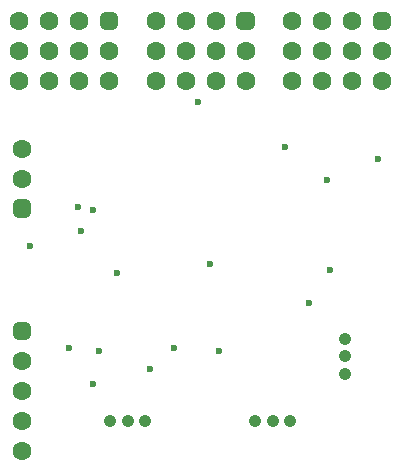
<source format=gbs>
G04 Generated by Ultiboard 14.1 *
%FSLAX24Y24*%
%MOIN*%

%ADD10C,0.0001*%
%ADD11C,0.0236*%
%ADD12C,0.0416*%
%ADD13C,0.0633*%
%ADD14R,0.0208X0.0208*%
%ADD15C,0.0392*%


G04 ColorRGB 9900CC for the following layer *
%LNSolder Mask Bottom*%
%LPD*%
G54D10*
G54D11*
X10200Y5700D03*
X7200Y4100D03*
X4900Y3500D03*
X5700Y4200D03*
X6900Y7000D03*
X3200Y4100D03*
X3000Y8800D03*
X2600Y8100D03*
X3000Y3000D03*
X2500Y8900D03*
X6500Y12400D03*
X3800Y6700D03*
X900Y7600D03*
X2200Y4200D03*
X9400Y10900D03*
X12500Y10500D03*
X10800Y9800D03*
X10900Y6800D03*
G54D12*
X8389Y1769D03*
X9571Y1769D03*
X8980Y1769D03*
X3559Y1769D03*
X4741Y1769D03*
X4150Y1769D03*
X11411Y3329D03*
X11411Y4511D03*
X11411Y3920D03*
G54D13*
X620Y3760D03*
X620Y2760D03*
X620Y760D03*
X620Y1760D03*
X620Y9850D03*
X620Y10850D03*
X10630Y14113D03*
X12630Y14113D03*
X11630Y14113D03*
X9630Y14113D03*
X10630Y15113D03*
X11630Y15113D03*
X9630Y15113D03*
X12630Y13113D03*
X11630Y13113D03*
X10630Y13113D03*
X9630Y13113D03*
X6080Y14113D03*
X8080Y14113D03*
X7080Y14113D03*
X5080Y14113D03*
X6080Y15113D03*
X7080Y15113D03*
X5080Y15113D03*
X8080Y13113D03*
X7080Y13113D03*
X6080Y13113D03*
X5080Y13113D03*
X1530Y14113D03*
X3530Y14113D03*
X2530Y14113D03*
X530Y14113D03*
X1530Y15113D03*
X2530Y15113D03*
X530Y15113D03*
X3530Y13113D03*
X2530Y13113D03*
X1530Y13113D03*
X530Y13113D03*
G54D14*
X620Y4760D03*
X620Y8850D03*
X12630Y15113D03*
X8080Y15113D03*
X3530Y15113D03*
G54D15*
X516Y4656D02*
X724Y4656D01*
X724Y4864D01*
X516Y4864D01*
X516Y4656D01*D02*
X516Y8746D02*
X724Y8746D01*
X724Y8954D01*
X516Y8954D01*
X516Y8746D01*D02*
X12526Y15009D02*
X12734Y15009D01*
X12734Y15217D01*
X12526Y15217D01*
X12526Y15009D01*D02*
X7976Y15009D02*
X8184Y15009D01*
X8184Y15217D01*
X7976Y15217D01*
X7976Y15009D01*D02*
X3426Y15009D02*
X3634Y15009D01*
X3634Y15217D01*
X3426Y15217D01*
X3426Y15009D01*D02*

M02*

</source>
